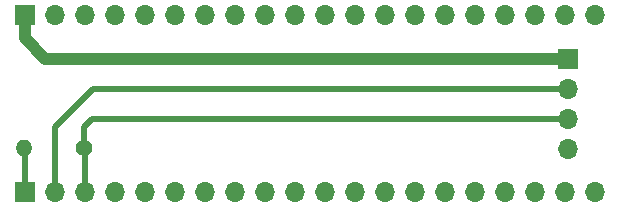
<source format=gbr>
%TF.GenerationSoftware,KiCad,Pcbnew,7.0.6-7.0.6~ubuntu22.04.1*%
%TF.CreationDate,2023-08-13T15:42:17+02:00*%
%TF.ProjectId,adaptor,61646170-746f-4722-9e6b-696361645f70,rev?*%
%TF.SameCoordinates,Original*%
%TF.FileFunction,Copper,L1,Top*%
%TF.FilePolarity,Positive*%
%FSLAX46Y46*%
G04 Gerber Fmt 4.6, Leading zero omitted, Abs format (unit mm)*
G04 Created by KiCad (PCBNEW 7.0.6-7.0.6~ubuntu22.04.1) date 2023-08-13 15:42:17*
%MOMM*%
%LPD*%
G01*
G04 APERTURE LIST*
%TA.AperFunction,ComponentPad*%
%ADD10R,1.700000X1.700000*%
%TD*%
%TA.AperFunction,ComponentPad*%
%ADD11O,1.700000X1.700000*%
%TD*%
%TA.AperFunction,ComponentPad*%
%ADD12C,1.400000*%
%TD*%
%TA.AperFunction,ComponentPad*%
%ADD13O,1.400000X1.400000*%
%TD*%
%TA.AperFunction,Conductor*%
%ADD14C,0.500000*%
%TD*%
%TA.AperFunction,Conductor*%
%ADD15C,1.000000*%
%TD*%
G04 APERTURE END LIST*
D10*
%TO.P,J2,1,Pin_1*%
%TO.N,/GND*%
X121740000Y-64000000D03*
D11*
%TO.P,J2,2,Pin_2*%
%TO.N,unconnected-(J2-Pin_2-Pad2)*%
X124280000Y-64000000D03*
%TO.P,J2,3,Pin_3*%
%TO.N,/3.3V*%
X126820000Y-64000000D03*
%TO.P,J2,4,Pin_4*%
%TO.N,unconnected-(J2-Pin_4-Pad4)*%
X129360000Y-64000000D03*
%TO.P,J2,5,Pin_5*%
%TO.N,unconnected-(J2-Pin_5-Pad5)*%
X131900000Y-64000000D03*
%TO.P,J2,6,Pin_6*%
%TO.N,unconnected-(J2-Pin_6-Pad6)*%
X134440000Y-64000000D03*
%TO.P,J2,7,Pin_7*%
%TO.N,unconnected-(J2-Pin_7-Pad7)*%
X136980000Y-64000000D03*
%TO.P,J2,8,Pin_8*%
%TO.N,unconnected-(J2-Pin_8-Pad8)*%
X139520000Y-64000000D03*
%TO.P,J2,9,Pin_9*%
%TO.N,unconnected-(J2-Pin_9-Pad9)*%
X142060000Y-64000000D03*
%TO.P,J2,10,Pin_10*%
%TO.N,unconnected-(J2-Pin_10-Pad10)*%
X144600000Y-64000000D03*
%TO.P,J2,11,Pin_11*%
%TO.N,unconnected-(J2-Pin_11-Pad11)*%
X147140000Y-64000000D03*
%TO.P,J2,12,Pin_12*%
%TO.N,unconnected-(J2-Pin_12-Pad12)*%
X149680000Y-64000000D03*
%TO.P,J2,13,Pin_13*%
%TO.N,unconnected-(J2-Pin_13-Pad13)*%
X152220000Y-64000000D03*
%TO.P,J2,14,Pin_14*%
%TO.N,unconnected-(J2-Pin_14-Pad14)*%
X154760000Y-64000000D03*
%TO.P,J2,15,Pin_15*%
%TO.N,unconnected-(J2-Pin_15-Pad15)*%
X157300000Y-64000000D03*
%TO.P,J2,16,Pin_16*%
%TO.N,unconnected-(J2-Pin_16-Pad16)*%
X159840000Y-64000000D03*
%TO.P,J2,17,Pin_17*%
%TO.N,unconnected-(J2-Pin_17-Pad17)*%
X162380000Y-64000000D03*
%TO.P,J2,18,Pin_18*%
%TO.N,unconnected-(J2-Pin_18-Pad18)*%
X164920000Y-64000000D03*
%TO.P,J2,19,Pin_19*%
%TO.N,unconnected-(J2-Pin_19-Pad19)*%
X167460000Y-64000000D03*
%TO.P,J2,20,Pin_20*%
%TO.N,unconnected-(J2-Pin_20-Pad20)*%
X170000000Y-64000000D03*
%TD*%
D12*
%TO.P,R1,1*%
%TO.N,/SWDIO*%
X126750000Y-75290000D03*
D13*
%TO.P,R1,2*%
%TO.N,Net-(J1-Pin_1)*%
X121670000Y-75290000D03*
%TD*%
D10*
%TO.P,J1,1,Pin_1*%
%TO.N,Net-(J1-Pin_1)*%
X121740000Y-79000000D03*
D11*
%TO.P,J1,2,Pin_2*%
%TO.N,/SWCLK*%
X124280000Y-79000000D03*
%TO.P,J1,3,Pin_3*%
%TO.N,/SWDIO*%
X126820000Y-79000000D03*
%TO.P,J1,4,Pin_4*%
%TO.N,unconnected-(J1-Pin_4-Pad4)*%
X129360000Y-79000000D03*
%TO.P,J1,5,Pin_5*%
%TO.N,unconnected-(J1-Pin_5-Pad5)*%
X131900000Y-79000000D03*
%TO.P,J1,6,Pin_6*%
%TO.N,unconnected-(J1-Pin_6-Pad6)*%
X134440000Y-79000000D03*
%TO.P,J1,7,Pin_7*%
%TO.N,unconnected-(J1-Pin_7-Pad7)*%
X136980000Y-79000000D03*
%TO.P,J1,8,Pin_8*%
%TO.N,unconnected-(J1-Pin_8-Pad8)*%
X139520000Y-79000000D03*
%TO.P,J1,9,Pin_9*%
%TO.N,unconnected-(J1-Pin_9-Pad9)*%
X142060000Y-79000000D03*
%TO.P,J1,10,Pin_10*%
%TO.N,unconnected-(J1-Pin_10-Pad10)*%
X144600000Y-79000000D03*
%TO.P,J1,11,Pin_11*%
%TO.N,unconnected-(J1-Pin_11-Pad11)*%
X147140000Y-79000000D03*
%TO.P,J1,12,Pin_12*%
%TO.N,unconnected-(J1-Pin_12-Pad12)*%
X149680000Y-79000000D03*
%TO.P,J1,13,Pin_13*%
%TO.N,unconnected-(J1-Pin_13-Pad13)*%
X152220000Y-79000000D03*
%TO.P,J1,14,Pin_14*%
%TO.N,unconnected-(J1-Pin_14-Pad14)*%
X154760000Y-79000000D03*
%TO.P,J1,15,Pin_15*%
%TO.N,unconnected-(J1-Pin_15-Pad15)*%
X157300000Y-79000000D03*
%TO.P,J1,16,Pin_16*%
%TO.N,unconnected-(J1-Pin_16-Pad16)*%
X159840000Y-79000000D03*
%TO.P,J1,17,Pin_17*%
%TO.N,unconnected-(J1-Pin_17-Pad17)*%
X162380000Y-79000000D03*
%TO.P,J1,18,Pin_18*%
%TO.N,unconnected-(J1-Pin_18-Pad18)*%
X164920000Y-79000000D03*
%TO.P,J1,19,Pin_19*%
%TO.N,unconnected-(J1-Pin_19-Pad19)*%
X167460000Y-79000000D03*
%TO.P,J1,20,Pin_20*%
%TO.N,unconnected-(J1-Pin_20-Pad20)*%
X170000000Y-79000000D03*
%TD*%
D10*
%TO.P,J3,1,Pin_1*%
%TO.N,/GND*%
X167750000Y-67710000D03*
D11*
%TO.P,J3,2,Pin_2*%
%TO.N,/SWCLK*%
X167750000Y-70250000D03*
%TO.P,J3,3,Pin_3*%
%TO.N,/SWDIO*%
X167750000Y-72790000D03*
%TO.P,J3,4,Pin_4*%
%TO.N,/3.3V*%
X167750000Y-75330000D03*
%TD*%
D14*
%TO.N,Net-(J1-Pin_1)*%
X121740000Y-79000000D02*
X121740000Y-75360000D01*
X121740000Y-75360000D02*
X121670000Y-75290000D01*
%TO.N,/SWCLK*%
X127500000Y-70250000D02*
X167750000Y-70250000D01*
X124280000Y-73470000D02*
X127500000Y-70250000D01*
X124280000Y-79000000D02*
X124280000Y-73470000D01*
%TO.N,/SWDIO*%
X126820000Y-75360000D02*
X126750000Y-75290000D01*
X126820000Y-79000000D02*
X126820000Y-75360000D01*
X126750000Y-75290000D02*
X126750000Y-73500000D01*
X127460000Y-72790000D02*
X167750000Y-72790000D01*
X126750000Y-73500000D02*
X127460000Y-72790000D01*
D15*
%TO.N,/GND*%
X123460000Y-67710000D02*
X167750000Y-67710000D01*
X121740000Y-64000000D02*
X121740000Y-65990000D01*
X121740000Y-65990000D02*
X123460000Y-67710000D01*
%TD*%
M02*

</source>
